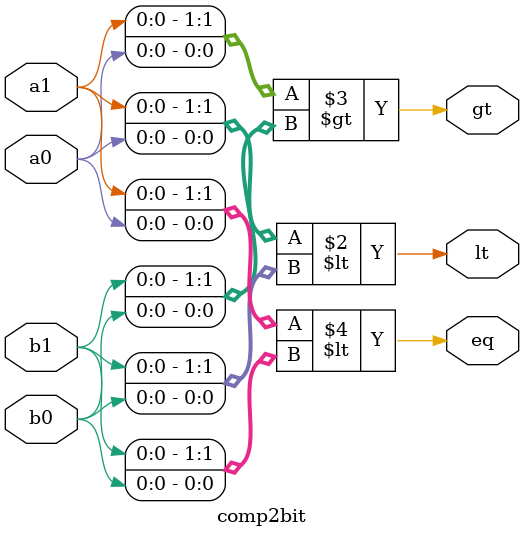
<source format=v>
module comp (a,b,lt,gt,eq);
parameter wordsize =16;
input [wordsize-1:0]a,b;
output reg lt,gt,eq;
always@(*)
  begin
  gt=0; lt=0; eq;
  if(a>b) gt=1;
  else if(a<b) lt=1;
  else eq=1;
  end
endmodule

//2bit comparator.

module comp2bit (a1,a0,b1,b0,lt,gt,eq);
input a1,a0,b1,b0;
output lt,gt,eq;
always@(*)
begin
lt=({a1,a0} < {b1,b0});
gt=({a1,a0} > {b1,b0});
eq=({a1,a0} < {b1,b0});
end
endmodule


</source>
